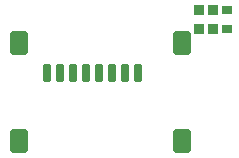
<source format=gbp>
G75*
G70*
%OFA0B0*%
%FSLAX25Y25*%
%IPPOS*%
%LPD*%
%AMOC8*
5,1,8,0,0,1.08239X$1,22.5*
%
%AMM367*
21,1,0.078740,0.045670,-0.000000,0.000000,90.000000*
21,1,0.067320,0.057090,-0.000000,0.000000,90.000000*
1,1,0.011420,0.022840,-0.033660*
1,1,0.011420,0.022840,0.033660*
1,1,0.011420,-0.022840,0.033660*
1,1,0.011420,-0.022840,-0.033660*
%
%AMM368*
21,1,0.059060,0.020470,-0.000000,0.000000,90.000000*
21,1,0.053940,0.025590,-0.000000,0.000000,90.000000*
1,1,0.005120,0.010240,-0.026970*
1,1,0.005120,0.010240,0.026970*
1,1,0.005120,-0.010240,0.026970*
1,1,0.005120,-0.010240,-0.026970*
%
%AMM369*
21,1,0.033470,0.026770,-0.000000,0.000000,270.000000*
21,1,0.026770,0.033470,-0.000000,0.000000,270.000000*
1,1,0.006690,-0.013390,0.013390*
1,1,0.006690,-0.013390,-0.013390*
1,1,0.006690,0.013390,-0.013390*
1,1,0.006690,0.013390,0.013390*
%
%AMM370*
21,1,0.027560,0.030710,-0.000000,0.000000,90.000000*
21,1,0.022050,0.036220,-0.000000,0.000000,90.000000*
1,1,0.005510,0.015350,-0.011020*
1,1,0.005510,0.015350,0.011020*
1,1,0.005510,-0.015350,0.011020*
1,1,0.005510,-0.015350,-0.011020*
%
%ADD627M367*%
%ADD628M368*%
%ADD629M369*%
%ADD630M370*%
X0503990Y0004854D02*
G01*
G75*
D627*
X0486372Y0052885D02*
D03*
X0486372Y0020208D02*
D03*
X0432238Y0020208D02*
D03*
X0432238Y0052885D02*
D03*
D628*
X0441608Y0042649D02*
D03*
X0445939Y0042649D02*
D03*
X0450270Y0042649D02*
D03*
X0454600Y0042649D02*
D03*
X0458931Y0042649D02*
D03*
X0463262Y0042649D02*
D03*
X0467592Y0042649D02*
D03*
X0471923Y0042649D02*
D03*
D629*
X0492277Y0057452D02*
D03*
X0492277Y0063673D02*
D03*
X0496903Y0057452D02*
D03*
X0496903Y0063673D02*
D03*
D630*
X0501431Y0063712D02*
D03*
X0501431Y0057413D02*
D03*
M02*

</source>
